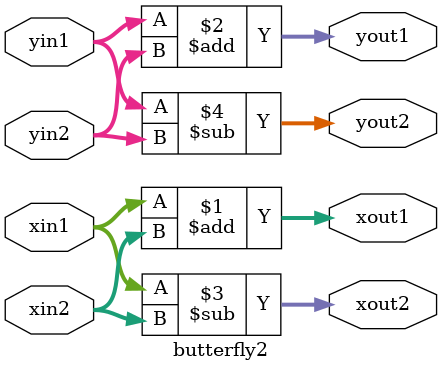
<source format=v>
module butterfly2
	(
	// x: Phan thuc
	// y: Phan ao
	input signed [15:0] xin1,
	input signed [15:0] yin1,
	input signed [15:0] xin2,
	input signed [15:0] yin2,
	output signed [15:0] xout1,
	output signed [15:0] yout1,
	output signed [15:0] xout2,
	output signed [15:0] yout2
   );


	// Dau ra thu nhat
	assign xout1=xin1+xin2;
	assign yout1=yin1+yin2;

	// Dau ra thu hai
	assign xout2=xin1-xin2;
	assign yout2=yin1-yin2;

endmodule

</source>
